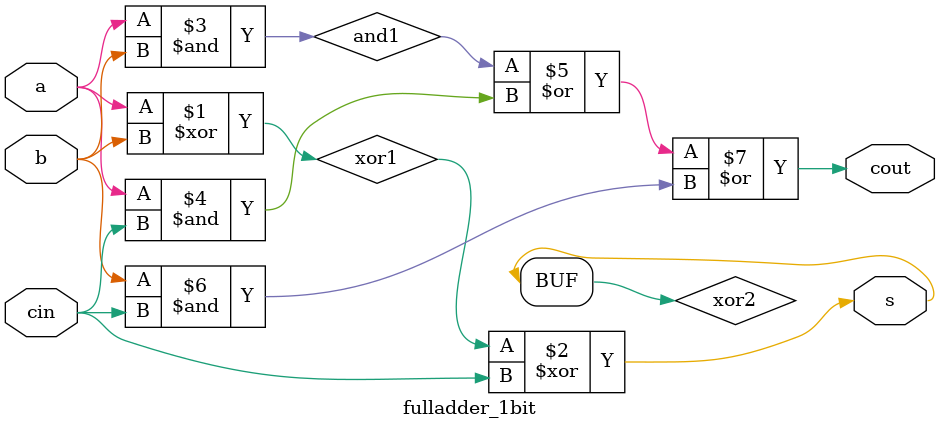
<source format=sv>
module fulladder_1bit (
// Input and Output
        // Input Logic
        input logic     a,
        input logic     b,
        input logic     cin,

        // Output logic
        output logic    s,
/* verilator lint_off UNOPTFLAT */
	output logic	cout
);

// Local declaration
        logic           xor1, xor2, and1;
/* verilator lint_off UNOPTFLAT */
// Logic components
        // Xor gates
        assign xor1 = a ^ b;
        assign xor2 = xor1 ^ cin;

        // And gate
        assign and1 = a & b;

        // Sum output
        assign s = xor2;

        // Carry output
        assign cout = (and1 | (a & cin) | (b & cin));

endmodule

</source>
